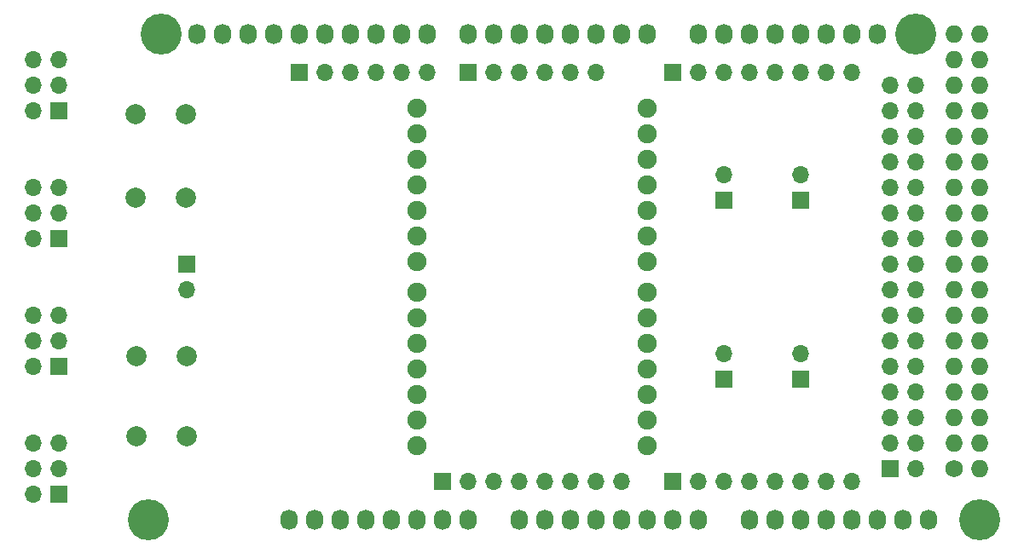
<source format=gts>
G04 #@! TF.GenerationSoftware,KiCad,Pcbnew,(5.1.2-1)-1*
G04 #@! TF.CreationDate,2019-07-30T03:14:59+09:00*
G04 #@! TF.ProjectId,switcher-shield,73776974-6368-4657-922d-736869656c64,rev?*
G04 #@! TF.SameCoordinates,PX6296c50PY74079d0*
G04 #@! TF.FileFunction,Soldermask,Top*
G04 #@! TF.FilePolarity,Negative*
%FSLAX46Y46*%
G04 Gerber Fmt 4.6, Leading zero omitted, Abs format (unit mm)*
G04 Created by KiCad (PCBNEW (5.1.2-1)-1) date 2019-07-30 03:14:59*
%MOMM*%
%LPD*%
G04 APERTURE LIST*
%ADD10O,1.700000X1.700000*%
%ADD11R,1.700000X1.700000*%
%ADD12C,1.727200*%
%ADD13O,1.727200X1.727200*%
%ADD14O,1.727200X2.032000*%
%ADD15C,4.064000*%
%ADD16C,1.900000*%
%ADD17C,2.000000*%
G04 APERTURE END LIST*
D10*
X71120000Y19050000D03*
D11*
X71120000Y16510000D03*
D12*
X93980000Y7620000D03*
D13*
X96520000Y7620000D03*
X93980000Y10160000D03*
X96520000Y10160000D03*
X93980000Y12700000D03*
X96520000Y12700000D03*
X93980000Y15240000D03*
X96520000Y15240000D03*
X93980000Y17780000D03*
X96520000Y17780000D03*
X93980000Y20320000D03*
X96520000Y20320000D03*
X93980000Y22860000D03*
X96520000Y22860000D03*
X93980000Y25400000D03*
X96520000Y25400000D03*
X93980000Y27940000D03*
X96520000Y27940000D03*
X93980000Y30480000D03*
X96520000Y30480000D03*
X93980000Y33020000D03*
X96520000Y33020000D03*
X93980000Y35560000D03*
X96520000Y35560000D03*
X93980000Y38100000D03*
X96520000Y38100000D03*
X93980000Y40640000D03*
X96520000Y40640000D03*
X93980000Y43180000D03*
X96520000Y43180000D03*
X93980000Y45720000D03*
X96520000Y45720000D03*
X93980000Y48260000D03*
X96520000Y48260000D03*
X93980000Y50800000D03*
X96520000Y50800000D03*
D14*
X27940000Y2540000D03*
X30480000Y2540000D03*
X33020000Y2540000D03*
X35560000Y2540000D03*
X38100000Y2540000D03*
X40640000Y2540000D03*
X43180000Y2540000D03*
X45720000Y2540000D03*
X50800000Y2540000D03*
X53340000Y2540000D03*
X55880000Y2540000D03*
X58420000Y2540000D03*
X60960000Y2540000D03*
X63500000Y2540000D03*
X66040000Y2540000D03*
X68580000Y2540000D03*
X73660000Y2540000D03*
X76200000Y2540000D03*
X78740000Y2540000D03*
X81280000Y2540000D03*
X83820000Y2540000D03*
X86360000Y2540000D03*
X88900000Y2540000D03*
X91440000Y2540000D03*
X18796000Y50800000D03*
X21336000Y50800000D03*
X23876000Y50800000D03*
X26416000Y50800000D03*
X28956000Y50800000D03*
X31496000Y50800000D03*
X34036000Y50800000D03*
X36576000Y50800000D03*
X39116000Y50800000D03*
X41656000Y50800000D03*
X45720000Y50800000D03*
X48260000Y50800000D03*
X50800000Y50800000D03*
X53340000Y50800000D03*
X55880000Y50800000D03*
X58420000Y50800000D03*
X60960000Y50800000D03*
X63500000Y50800000D03*
X68580000Y50800000D03*
X71120000Y50800000D03*
X73660000Y50800000D03*
X76200000Y50800000D03*
X78740000Y50800000D03*
X81280000Y50800000D03*
X83820000Y50800000D03*
X86360000Y50800000D03*
D15*
X13970000Y2540000D03*
X96520000Y2540000D03*
X15240000Y50800000D03*
X90170000Y50800000D03*
D11*
X87630000Y7620000D03*
D10*
X90170000Y7620000D03*
X87630000Y10160000D03*
X90170000Y10160000D03*
X87630000Y12700000D03*
X90170000Y12700000D03*
X87630000Y15240000D03*
X90170000Y15240000D03*
X87630000Y17780000D03*
X90170000Y17780000D03*
X87630000Y20320000D03*
X90170000Y20320000D03*
X87630000Y22860000D03*
X90170000Y22860000D03*
X87630000Y25400000D03*
X90170000Y25400000D03*
X87630000Y27940000D03*
X90170000Y27940000D03*
X87630000Y30480000D03*
X90170000Y30480000D03*
X87630000Y33020000D03*
X90170000Y33020000D03*
X87630000Y35560000D03*
X90170000Y35560000D03*
X87630000Y38100000D03*
X90170000Y38100000D03*
X87630000Y40640000D03*
X90170000Y40640000D03*
X87630000Y43180000D03*
X90170000Y43180000D03*
X87630000Y45720000D03*
X90170000Y45720000D03*
D11*
X43180000Y6350000D03*
D10*
X45720000Y6350000D03*
X48260000Y6350000D03*
X50800000Y6350000D03*
X53340000Y6350000D03*
X55880000Y6350000D03*
X58420000Y6350000D03*
X60960000Y6350000D03*
X83820000Y6350000D03*
X81280000Y6350000D03*
X78740000Y6350000D03*
X76200000Y6350000D03*
X73660000Y6350000D03*
X71120000Y6350000D03*
X68580000Y6350000D03*
D11*
X66040000Y6350000D03*
X66040000Y46990000D03*
D10*
X68580000Y46990000D03*
X71120000Y46990000D03*
X73660000Y46990000D03*
X76200000Y46990000D03*
X78740000Y46990000D03*
X81280000Y46990000D03*
X83820000Y46990000D03*
D11*
X28956000Y46990000D03*
D10*
X31496000Y46990000D03*
X34036000Y46990000D03*
X36576000Y46990000D03*
X39116000Y46990000D03*
X41656000Y46990000D03*
X58420000Y46990000D03*
X55880000Y46990000D03*
X53340000Y46990000D03*
X50800000Y46990000D03*
X48260000Y46990000D03*
D11*
X45720000Y46990000D03*
D16*
X40640000Y25146000D03*
X40640000Y22606000D03*
X40640000Y20066000D03*
X40640000Y17526000D03*
X40640000Y14986000D03*
X40640000Y12446000D03*
X40640000Y9906000D03*
D11*
X5080000Y5080000D03*
D10*
X2540000Y5080000D03*
X5080000Y7620000D03*
X2540000Y7620000D03*
X5080000Y10160000D03*
X2540000Y10160000D03*
D11*
X17780000Y27940000D03*
D10*
X17780000Y25400000D03*
D16*
X63500000Y25146000D03*
X63500000Y22606000D03*
X63500000Y20066000D03*
X63500000Y17526000D03*
X63500000Y14986000D03*
X63500000Y12446000D03*
X63500000Y9906000D03*
X40640000Y43434000D03*
X40640000Y40894000D03*
X40640000Y38354000D03*
X40640000Y35814000D03*
X40640000Y33274000D03*
X40640000Y30734000D03*
X40640000Y28194000D03*
X63500000Y28194000D03*
X63500000Y30734000D03*
X63500000Y33274000D03*
X63500000Y35814000D03*
X63500000Y38354000D03*
X63500000Y40894000D03*
X63500000Y43434000D03*
D11*
X78740000Y16510000D03*
D10*
X78740000Y19050000D03*
D11*
X5080000Y17780000D03*
D10*
X2540000Y17780000D03*
X5080000Y20320000D03*
X2540000Y20320000D03*
X5080000Y22860000D03*
X2540000Y22860000D03*
X71120000Y36830000D03*
D11*
X71120000Y34290000D03*
X78740000Y34290000D03*
D10*
X78740000Y36830000D03*
D11*
X5080000Y30480000D03*
D10*
X2540000Y30480000D03*
X5080000Y33020000D03*
X2540000Y33020000D03*
X5080000Y35560000D03*
X2540000Y35560000D03*
X2540000Y48260000D03*
X5080000Y48260000D03*
X2540000Y45720000D03*
X5080000Y45720000D03*
X2540000Y43180000D03*
D11*
X5080000Y43180000D03*
D17*
X12780000Y10795000D03*
X17780000Y10795000D03*
X17827000Y18796000D03*
X12827000Y18796000D03*
X12700000Y34544000D03*
X17700000Y34544000D03*
X17700000Y42799000D03*
X12700000Y42799000D03*
M02*

</source>
